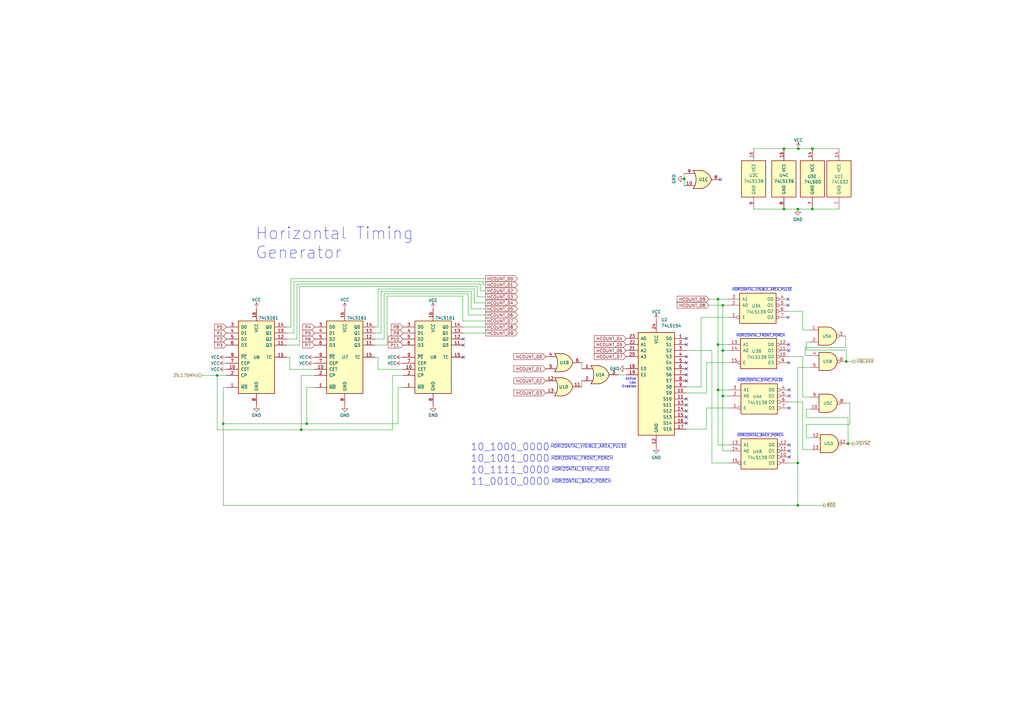
<source format=kicad_sch>
(kicad_sch (version 20211123) (generator eeschema)
  (paper "User" 429.997 299.999)
  (lib_symbols
    (symbol "74xx:74LS00" (pin_names (offset 1.016))
      (property "Reference" "U" (at 0 1.27 0))
      (property "Value" "74LS00" (at 0 -1.27 0))
      (symbol "74LS00_1_1"
        (arc (start 0 -3.81) (mid 3.81 0) (end 0 3.81) (stroke (width 0.254)) (fill (type background)))
        (polyline (pts (xy 0 3.81) (xy -3.81 3.81) (xy -3.81 -3.81) (xy 0 -3.81)) (stroke (width 0.254)) (fill (type background)))
        (pin input line (at -7.62 2.54 0) (length 3.81) (name "~") (number "1"))
        (pin input line (at -7.62 -2.54 0) (length 3.81) (name "~") (number "2"))
        (pin output inverted (at 7.62 0 180) (length 3.81) (name "~") (number "3"))
      )
      (symbol "74LS00_1_2"
        (arc (start -3.81 -3.81) (mid -2.589 0) (end -3.81 3.81) (stroke (width 0.254)))
        (arc (start -0.6096 -3.81) (mid 2.1855 -2.584) (end 3.81 0) (stroke (width 0.254)) (fill (type background)))
        (polyline (pts (xy -3.81 -3.81) (xy -0.635 -3.81)) (stroke (width 0.254)) (fill (type background)))
        (polyline (pts (xy -3.81 3.81) (xy -0.635 3.81)) (stroke (width 0.254)) (fill (type background)))
        (polyline (pts (xy -0.635 3.81) (xy -3.81 3.81) (xy -3.81 3.81) (xy -3.556 3.4036) (xy -3.0226 2.2606) (xy -2.6924 1.0414) (xy -2.6162 -0.254) (xy -2.7686 -1.4986) (xy -3.175 -2.7178) (xy -3.81 -3.81) (xy -3.81 -3.81) (xy -0.635 -3.81)) (stroke (width -25.4)) (fill (type background)))
        (arc (start 3.81 0) (mid 2.1928 2.5925) (end -0.6096 3.81) (stroke (width 0.254)) (fill (type background)))
        (pin input inverted (at -7.62 2.54 0) (length 4.318) (name "~") (number "1"))
        (pin input inverted (at -7.62 -2.54 0) (length 4.318) (name "~") (number "2"))
        (pin output line (at 7.62 0 180) (length 3.81) (name "~") (number "3"))
      )
      (symbol "74LS00_2_1"
        (arc (start 0 -3.81) (mid 3.81 0) (end 0 3.81) (stroke (width 0.254)) (fill (type background)))
        (polyline (pts (xy 0 3.81) (xy -3.81 3.81) (xy -3.81 -3.81) (xy 0 -3.81)) (stroke (width 0.254)) (fill (type background)))
        (pin input line (at -7.62 2.54 0) (length 3.81) (name "~") (number "4"))
        (pin input line (at -7.62 -2.54 0) (length 3.81) (name "~") (number "5"))
        (pin output inverted (at 7.62 0 180) (length 3.81) (name "~") (number "6"))
      )
      (symbol "74LS00_2_2"
        (arc (start -3.81 -3.81) (mid -2.589 0) (end -3.81 3.81) (stroke (width 0.254)))
        (arc (start -0.6096 -3.81) (mid 2.1855 -2.584) (end 3.81 0) (stroke (width 0.254)) (fill (type background)))
        (polyline (pts (xy -3.81 -3.81) (xy -0.635 -3.81)) (stroke (width 0.254)) (fill (type background)))
        (polyline (pts (xy -3.81 3.81) (xy -0.635 3.81)) (stroke (width 0.254)) (fill (type background)))
        (polyline (pts (xy -0.635 3.81) (xy -3.81 3.81) (xy -3.81 3.81) (xy -3.556 3.4036) (xy -3.0226 2.2606) (xy -2.6924 1.0414) (xy -2.6162 -0.254) (xy -2.7686 -1.4986) (xy -3.175 -2.7178) (xy -3.81 -3.81) (xy -3.81 -3.81) (xy -0.635 -3.81)) (stroke (width -25.4)) (fill (type background)))
        (arc (start 3.81 0) (mid 2.1928 2.5925) (end -0.6096 3.81) (stroke (width 0.254)) (fill (type background)))
        (pin input inverted (at -7.62 2.54 0) (length 4.318) (name "~") (number "4"))
        (pin input inverted (at -7.62 -2.54 0) (length 4.318) (name "~") (number "5"))
        (pin output line (at 7.62 0 180) (length 3.81) (name "~") (number "6"))
      )
      (symbol "74LS00_3_1"
        (arc (start 0 -3.81) (mid 3.81 0) (end 0 3.81) (stroke (width 0.254)) (fill (type background)))
        (polyline (pts (xy 0 3.81) (xy -3.81 3.81) (xy -3.81 -3.81) (xy 0 -3.81)) (stroke (width 0.254)) (fill (type background)))
        (pin input line (at -7.62 -2.54 0) (length 3.81) (name "~") (number "10"))
        (pin output inverted (at 7.62 0 180) (length 3.81) (name "~") (number "8"))
        (pin input line (at -7.62 2.54 0) (length 3.81) (name "~") (number "9"))
      )
      (symbol "74LS00_3_2"
        (arc (start -3.81 -3.81) (mid -2.589 0) (end -3.81 3.81) (stroke (width 0.254)))
        (arc (start -0.6096 -3.81) (mid 2.1855 -2.584) (end 3.81 0) (stroke (width 0.254)) (fill (type background)))
        (polyline (pts (xy -3.81 -3.81) (xy -0.635 -3.81)) (stroke (width 0.254)) (fill (type background)))
        (polyline (pts (xy -3.81 3.81) (xy -0.635 3.81)) (stroke (width 0.254)) (fill (type background)))
        (polyline (pts (xy -0.635 3.81) (xy -3.81 3.81) (xy -3.81 3.81) (xy -3.556 3.4036) (xy -3.0226 2.2606) (xy -2.6924 1.0414) (xy -2.6162 -0.254) (xy -2.7686 -1.4986) (xy -3.175 -2.7178) (xy -3.81 -3.81) (xy -3.81 -3.81) (xy -0.635 -3.81)) (stroke (width -25.4)) (fill (type background)))
        (arc (start 3.81 0) (mid 2.1928 2.5925) (end -0.6096 3.81) (stroke (width 0.254)) (fill (type background)))
        (pin input inverted (at -7.62 -2.54 0) (length 4.318) (name "~") (number "10"))
        (pin output line (at 7.62 0 180) (length 3.81) (name "~") (number "8"))
        (pin input inverted (at -7.62 2.54 0) (length 4.318) (name "~") (number "9"))
      )
      (symbol "74LS00_4_1"
        (arc (start 0 -3.81) (mid 3.81 0) (end 0 3.81) (stroke (width 0.254)) (fill (type background)))
        (polyline (pts (xy 0 3.81) (xy -3.81 3.81) (xy -3.81 -3.81) (xy 0 -3.81)) (stroke (width 0.254)) (fill (type background)))
        (pin output inverted (at 7.62 0 180) (length 3.81) (name "~") (number "11"))
        (pin input line (at -7.62 2.54 0) (length 3.81) (name "~") (number "12"))
        (pin input line (at -7.62 -2.54 0) (length 3.81) (name "~") (number "13"))
      )
      (symbol "74LS00_4_2"
        (arc (start -3.81 -3.81) (mid -2.589 0) (end -3.81 3.81) (stroke (width 0.254)))
        (arc (start -0.6096 -3.81) (mid 2.1855 -2.584) (end 3.81 0) (stroke (width 0.254)) (fill (type background)))
        (polyline (pts (xy -3.81 -3.81) (xy -0.635 -3.81)) (stroke (width 0.254)) (fill (type background)))
        (polyline (pts (xy -3.81 3.81) (xy -0.635 3.81)) (stroke (width 0.254)) (fill (type background)))
        (polyline (pts (xy -0.635 3.81) (xy -3.81 3.81) (xy -3.81 3.81) (xy -3.556 3.4036) (xy -3.0226 2.2606) (xy -2.6924 1.0414) (xy -2.6162 -0.254) (xy -2.7686 -1.4986) (xy -3.175 -2.7178) (xy -3.81 -3.81) (xy -3.81 -3.81) (xy -0.635 -3.81)) (stroke (width -25.4)) (fill (type background)))
        (arc (start 3.81 0) (mid 2.1928 2.5925) (end -0.6096 3.81) (stroke (width 0.254)) (fill (type background)))
        (pin output line (at 7.62 0 180) (length 3.81) (name "~") (number "11"))
        (pin input inverted (at -7.62 2.54 0) (length 4.318) (name "~") (number "12"))
        (pin input inverted (at -7.62 -2.54 0) (length 4.318) (name "~") (number "13"))
      )
      (symbol "74LS00_5_0"
        (pin power_in line (at 0 12.7 270) (length 5.08) (name "VCC") (number "14"))
        (pin power_in line (at 0 -12.7 90) (length 5.08) (name "GND") (number "7"))
      )
      (symbol "74LS00_5_1"
        (rectangle (start -5.08 7.62) (end 5.08 -7.62) (stroke (width 0.254)) (fill (type background)))
      )
    )
    (symbol "74xx:74LS139" (pin_names (offset 1.016))
      (property "Reference" "U" (at -7.62 8.89 0))
      (property "Value" "74LS139" (at -7.62 -8.89 0))
      (symbol "74LS139_1_0"
        (pin input inverted (at -12.7 -5.08 0) (length 5.08) (name "E") (number "1"))
        (pin input line (at -12.7 0 0) (length 5.08) (name "A0") (number "2"))
        (pin input line (at -12.7 2.54 0) (length 5.08) (name "A1") (number "3"))
        (pin output inverted (at 12.7 2.54 180) (length 5.08) (name "O0") (number "4"))
        (pin output inverted (at 12.7 0 180) (length 5.08) (name "O1") (number "5"))
        (pin output inverted (at 12.7 -2.54 180) (length 5.08) (name "O2") (number "6"))
        (pin output inverted (at 12.7 -5.08 180) (length 5.08) (name "O3") (number "7"))
      )
      (symbol "74LS139_1_1"
        (rectangle (start -7.62 5.08) (end 7.62 -7.62) (stroke (width 0.254)) (fill (type background)))
      )
      (symbol "74LS139_2_0"
        (pin output inverted (at 12.7 -2.54 180) (length 5.08) (name "O2") (number "10"))
        (pin output inverted (at 12.7 0 180) (length 5.08) (name "O1") (number "11"))
        (pin output inverted (at 12.7 2.54 180) (length 5.08) (name "O0") (number "12"))
        (pin input line (at -12.7 2.54 0) (length 5.08) (name "A1") (number "13"))
        (pin input line (at -12.7 0 0) (length 5.08) (name "A0") (number "14"))
        (pin input inverted (at -12.7 -5.08 0) (length 5.08) (name "E") (number "15"))
        (pin output inverted (at 12.7 -5.08 180) (length 5.08) (name "O3") (number "9"))
      )
      (symbol "74LS139_2_1"
        (rectangle (start -7.62 5.08) (end 7.62 -7.62) (stroke (width 0.254)) (fill (type background)))
      )
      (symbol "74LS139_3_0"
        (pin power_in line (at 0 12.7 270) (length 5.08) (name "VCC") (number "16"))
        (pin power_in line (at 0 -12.7 90) (length 5.08) (name "GND") (number "8"))
      )
      (symbol "74LS139_3_1"
        (rectangle (start -5.08 7.62) (end 5.08 -7.62) (stroke (width 0.254)) (fill (type background)))
      )
    )
    (symbol "74xx:74LS154" (pin_names (offset 1.016))
      (property "Reference" "U" (at -7.62 21.59 0))
      (property "Value" "74LS154" (at -7.62 -24.13 0))
      (symbol "74LS154_1_0"
        (pin output line (at 12.7 17.78 180) (length 5.08) (name "S0") (number "1"))
        (pin output line (at 12.7 -5.08 180) (length 5.08) (name "S9") (number "10"))
        (pin output line (at 12.7 -7.62 180) (length 5.08) (name "S10") (number "11"))
        (pin power_in line (at 0 -27.94 90) (length 5.08) (name "GND") (number "12"))
        (pin output line (at 12.7 -10.16 180) (length 5.08) (name "S11") (number "13"))
        (pin output line (at 12.7 -12.7 180) (length 5.08) (name "S12") (number "14"))
        (pin output line (at 12.7 -15.24 180) (length 5.08) (name "S13") (number "15"))
        (pin output line (at 12.7 -17.78 180) (length 5.08) (name "S14") (number "16"))
        (pin output line (at 12.7 -20.32 180) (length 5.08) (name "S15") (number "17"))
        (pin input line (at -12.7 5.08 0) (length 5.08) (name "E0") (number "18"))
        (pin input line (at -12.7 2.54 0) (length 5.08) (name "E1") (number "19"))
        (pin output line (at 12.7 15.24 180) (length 5.08) (name "S1") (number "2"))
        (pin input line (at -12.7 10.16 0) (length 5.08) (name "A3") (number "20"))
        (pin input line (at -12.7 12.7 0) (length 5.08) (name "A2") (number "21"))
        (pin input line (at -12.7 15.24 0) (length 5.08) (name "A1") (number "22"))
        (pin input line (at -12.7 17.78 0) (length 5.08) (name "A0") (number "23"))
        (pin power_in line (at 0 25.4 270) (length 5.08) (name "VCC") (number "24"))
        (pin output line (at 12.7 12.7 180) (length 5.08) (name "S2") (number "3"))
        (pin output line (at 12.7 10.16 180) (length 5.08) (name "S3") (number "4"))
        (pin output line (at 12.7 7.62 180) (length 5.08) (name "S4") (number "5"))
        (pin output line (at 12.7 5.08 180) (length 5.08) (name "S5") (number "6"))
        (pin output line (at 12.7 2.54 180) (length 5.08) (name "S6") (number "7"))
        (pin output line (at 12.7 0 180) (length 5.08) (name "S7") (number "8"))
        (pin output line (at 12.7 -2.54 180) (length 5.08) (name "S8") (number "9"))
      )
      (symbol "74LS154_1_1"
        (rectangle (start -7.62 20.32) (end 7.62 -22.86) (stroke (width 0.254)) (fill (type background)))
      )
    )
    (symbol "74xx:74LS161" (pin_names (offset 1.016))
      (property "Reference" "U" (at -7.62 16.51 0))
      (property "Value" "74LS161" (at -7.62 -16.51 0))
      (symbol "74LS161_1_0"
        (pin input line (at -12.7 -12.7 0) (length 5.08) (name "~{MR}") (number "1"))
        (pin input line (at -12.7 -5.08 0) (length 5.08) (name "CET") (number "10"))
        (pin output line (at 12.7 5.08 180) (length 5.08) (name "Q3") (number "11"))
        (pin output line (at 12.7 7.62 180) (length 5.08) (name "Q2") (number "12"))
        (pin output line (at 12.7 10.16 180) (length 5.08) (name "Q1") (number "13"))
        (pin output line (at 12.7 12.7 180) (length 5.08) (name "Q0") (number "14"))
        (pin output line (at 12.7 0 180) (length 5.08) (name "TC") (number "15"))
        (pin power_in line (at 0 20.32 270) (length 5.08) (name "VCC") (number "16"))
        (pin input line (at -12.7 -7.62 0) (length 5.08) (name "CP") (number "2"))
        (pin input line (at -12.7 12.7 0) (length 5.08) (name "D0") (number "3"))
        (pin input line (at -12.7 10.16 0) (length 5.08) (name "D1") (number "4"))
        (pin input line (at -12.7 7.62 0) (length 5.08) (name "D2") (number "5"))
        (pin input line (at -12.7 5.08 0) (length 5.08) (name "D3") (number "6"))
        (pin input line (at -12.7 -2.54 0) (length 5.08) (name "CEP") (number "7"))
        (pin power_in line (at 0 -20.32 90) (length 5.08) (name "GND") (number "8"))
        (pin input line (at -12.7 0 0) (length 5.08) (name "~{PE}") (number "9"))
      )
      (symbol "74LS161_1_1"
        (rectangle (start -7.62 15.24) (end 7.62 -15.24) (stroke (width 0.254)) (fill (type background)))
      )
    )
    (symbol "74xx:74LS32" (pin_names (offset 1.016))
      (property "Reference" "U" (at 0 1.27 0))
      (property "Value" "74LS32" (at 0 -1.27 0))
      (symbol "74LS32_1_1"
        (arc (start -3.81 -3.81) (mid -2.589 0) (end -3.81 3.81) (stroke (width 0.254)))
        (arc (start -0.6096 -3.81) (mid 2.1855 -2.584) (end 3.81 0) (stroke (width 0.254)) (fill (type background)))
        (polyline (pts (xy -3.81 -3.81) (xy -0.635 -3.81)) (stroke (width 0.254)) (fill (type background)))
        (polyline (pts (xy -3.81 3.81) (xy -0.635 3.81)) (stroke (width 0.254)) (fill (type background)))
        (polyline (pts (xy -0.635 3.81) (xy -3.81 3.81) (xy -3.81 3.81) (xy -3.556 3.4036) (xy -3.0226 2.2606) (xy -2.6924 1.0414) (xy -2.6162 -0.254) (xy -2.7686 -1.4986) (xy -3.175 -2.7178) (xy -3.81 -3.81) (xy -3.81 -3.81) (xy -0.635 -3.81)) (stroke (width -25.4)) (fill (type background)))
        (arc (start 3.81 0) (mid 2.1928 2.5925) (end -0.6096 3.81) (stroke (width 0.254)) (fill (type background)))
        (pin input line (at -7.62 2.54 0) (length 4.318) (name "~") (number "1"))
        (pin input line (at -7.62 -2.54 0) (length 4.318) (name "~") (number "2"))
        (pin output line (at 7.62 0 180) (length 3.81) (name "~") (number "3"))
      )
      (symbol "74LS32_1_2"
        (arc (start 0 -3.81) (mid 3.81 0) (end 0 3.81) (stroke (width 0.254)) (fill (type background)))
        (polyline (pts (xy 0 3.81) (xy -3.81 3.81) (xy -3.81 -3.81) (xy 0 -3.81)) (stroke (width 0.254)) (fill (type background)))
        (pin input inverted (at -7.62 2.54 0) (length 3.81) (name "~") (number "1"))
        (pin input inverted (at -7.62 -2.54 0) (length 3.81) (name "~") (number "2"))
        (pin output inverted (at 7.62 0 180) (length 3.81) (name "~") (number "3"))
      )
      (symbol "74LS32_2_1"
        (arc (start -3.81 -3.81) (mid -2.589 0) (end -3.81 3.81) (stroke (width 0.254)))
        (arc (start -0.6096 -3.81) (mid 2.1855 -2.584) (end 3.81 0) (stroke (width 0.254)) (fill (type background)))
        (polyline (pts (xy -3.81 -3.81) (xy -0.635 -3.81)) (stroke (width 0.254)) (fill (type background)))
        (polyline (pts (xy -3.81 3.81) (xy -0.635 3.81)) (stroke (width 0.254)) (fill (type background)))
        (polyline (pts (xy -0.635 3.81) (xy -3.81 3.81) (xy -3.81 3.81) (xy -3.556 3.4036) (xy -3.0226 2.2606) (xy -2.6924 1.0414) (xy -2.6162 -0.254) (xy -2.7686 -1.4986) (xy -3.175 -2.7178) (xy -3.81 -3.81) (xy -3.81 -3.81) (xy -0.635 -3.81)) (stroke (width -25.4)) (fill (type background)))
        (arc (start 3.81 0) (mid 2.1928 2.5925) (end -0.6096 3.81) (stroke (width 0.254)) (fill (type background)))
        (pin input line (at -7.62 2.54 0) (length 4.318) (name "~") (number "4"))
        (pin input line (at -7.62 -2.54 0) (length 4.318) (name "~") (number "5"))
        (pin output line (at 7.62 0 180) (length 3.81) (name "~") (number "6"))
      )
      (symbol "74LS32_2_2"
        (arc (start 0 -3.81) (mid 3.81 0) (end 0 3.81) (stroke (width 0.254)) (fill (type background)))
        (polyline (pts (xy 0 3.81) (xy -3.81 3.81) (xy -3.81 -3.81) (xy 0 -3.81)) (stroke (width 0.254)) (fill (type background)))
        (pin input inverted (at -7.62 2.54 0) (length 3.81) (name "~") (number "4"))
        (pin input inverted (at -7.62 -2.54 0) (length 3.81) (name "~") (number "5"))
        (pin output inverted (at 7.62 0 180) (length 3.81) (name "~") (number "6"))
      )
      (symbol "74LS32_3_1"
        (arc (start -3.81 -3.81) (mid -2.589 0) (end -3.81 3.81) (stroke (width 0.254)))
        (arc (start -0.6096 -3.81) (mid 2.1855 -2.584) (end 3.81 0) (stroke (width 0.254)) (fill (type background)))
        (polyline (pts (xy -3.81 -3.81) (xy -0.635 -3.81)) (stroke (width 0.254)) (fill (type background)))
        (polyline (pts (xy -3.81 3.81) (xy -0.635 3.81)) (stroke (width 0.254)) (fill (type background)))
        (polyline (pts (xy -0.635 3.81) (xy -3.81 3.81) (xy -3.81 3.81) (xy -3.556 3.4036) (xy -3.0226 2.2606) (xy -2.6924 1.0414) (xy -2.6162 -0.254) (xy -2.7686 -1.4986) (xy -3.175 -2.7178) (xy -3.81 -3.81) (xy -3.81 -3.81) (xy -0.635 -3.81)) (stroke (width -25.4)) (fill (type background)))
        (arc (start 3.81 0) (mid 2.1928 2.5925) (end -0.6096 3.81) (stroke (width 0.254)) (fill (type background)))
        (pin input line (at -7.62 -2.54 0) (length 4.318) (name "~") (number "10"))
        (pin output line (at 7.62 0 180) (length 3.81) (name "~") (number "8"))
        (pin input line (at -7.62 2.54 0) (length 4.318) (name "~") (number "9"))
      )
      (symbol "74LS32_3_2"
        (arc (start 0 -3.81) (mid 3.81 0) (end 0 3.81) (stroke (width 0.254)) (fill (type background)))
        (polyline (pts (xy 0 3.81) (xy -3.81 3.81) (xy -3.81 -3.81) (xy 0 -3.81)) (stroke (width 0.254)) (fill (type background)))
        (pin input inverted (at -7.62 -2.54 0) (length 3.81) (name "~") (number "10"))
        (pin output inverted (at 7.62 0 180) (length 3.81) (name "~") (number "8"))
        (pin input inverted (at -7.62 2.54 0) (length 3.81) (name "~") (number "9"))
      )
      (symbol "74LS32_4_1"
        (arc (start -3.81 -3.81) (mid -2.589 0) (end -3.81 3.81) (stroke (width 0.254)))
        (arc (start -0.6096 -3.81) (mid 2.1855 -2.584) (end 3.81 0) (stroke (width 0.254)) (fill (type background)))
        (polyline (pts (xy -3.81 -3.81) (xy -0.635 -3.81)) (stroke (width 0.254)) (fill (type background)))
        (polyline (pts (xy -3.81 3.81) (xy -0.635 3.81)) (stroke (width 0.254)) (fill (type background)))
        (polyline (pts (xy -0.635 3.81) (xy -3.81 3.81) (xy -3.81 3.81) (xy -3.556 3.4036) (xy -3.0226 2.2606) (xy -2.6924 1.0414) (xy -2.6162 -0.254) (xy -2.7686 -1.4986) (xy -3.175 -2.7178) (xy -3.81 -3.81) (xy -3.81 -3.81) (xy -0.635 -3.81)) (stroke (width -25.4)) (fill (type background)))
        (arc (start 3.81 0) (mid 2.1928 2.5925) (end -0.6096 3.81) (stroke (width 0.254)) (fill (type background)))
        (pin output line (at 7.62 0 180) (length 3.81) (name "~") (number "11"))
        (pin input line (at -7.62 2.54 0) (length 4.318) (name "~") (number "12"))
        (pin input line (at -7.62 -2.54 0) (length 4.318) (name "~") (number "13"))
      )
      (symbol "74LS32_4_2"
        (arc (start 0 -3.81) (mid 3.81 0) (end 0 3.81) (stroke (width 0.254)) (fill (type background)))
        (polyline (pts (xy 0 3.81) (xy -3.81 3.81) (xy -3.81 -3.81) (xy 0 -3.81)) (stroke (width 0.254)) (fill (type background)))
        (pin output inverted (at 7.62 0 180) (length 3.81) (name "~") (number "11"))
        (pin input inverted (at -7.62 2.54 0) (length 3.81) (name "~") (number "12"))
        (pin input inverted (at -7.62 -2.54 0) (length 3.81) (name "~") (number "13"))
      )
      (symbol "74LS32_5_0"
        (pin power_in line (at 0 12.7 270) (length 5.08) (name "VCC") (number "14"))
        (pin power_in line (at 0 -12.7 90) (length 5.08) (name "GND") (number "7"))
      )
      (symbol "74LS32_5_1"
        (rectangle (start -5.08 7.62) (end 5.08 -7.62) (stroke (width 0.254)) (fill (type background)))
      )
    )
    (symbol "power:GND" (power) (pin_names (offset 0))
      (property "Value" "GND" (at 0 -3.81 0))
      (symbol "GND_0_1"
        (polyline (pts (xy 0 0) (xy 0 -1.27) (xy 1.27 -1.27) (xy 0 -2.54) (xy -1.27 -1.27) (xy 0 -1.27)))
      )
      (symbol "GND_1_1"
        (pin power_in line (at 0 0 270) (length 0) hide (name "GND") (number "1"))
      )
    )
    (symbol "power:VCC" (power) (pin_names (offset 0))
      (property "Value" "VCC" (at 0 3.81 0))
      (symbol "VCC_0_1"
        (polyline (pts (xy -0.762 1.27) (xy 0 2.54)))
        (polyline (pts (xy 0 0) (xy 0 2.54)))
        (polyline (pts (xy 0 2.54) (xy 0.762 1.27)))
      )
      (symbol "VCC_1_1"
        (pin power_in line (at 0 0 90) (length 0) hide (name "VCC") (number "1"))
      )
    )
  )
  (junction (at 303.53 166.37))
  (junction (at 303.53 128.27))
  (junction (at 301.498 144.78))
  (junction (at 341.122 87.884))
  (junction (at 287.274 75.184))
  (junction (at 335.026 194.564))
  (junction (at 91.186 157.734))
  (junction (at 335.026 87.884))
  (junction (at 303.53 147.32))
  (junction (at 341.122 62.484))
  (junction (at 93.726 178.054))
  (junction (at 329.184 87.884))
  (junction (at 335.28 62.484))
  (junction (at 335.026 212.344))
  (junction (at 301.498 163.83))
  (junction (at 355.346 151.892))
  (junction (at 128.778 178.054))
  (junction (at 356.108 186.436))
  (junction (at 329.184 62.484))
  (junction (at 301.498 125.73))
  (junction (at 126.492 180.594))
  (no_connect (at 288.29 152.4))
  (no_connect (at 194.564 145.034))
  (no_connect (at 302.514 75.438))
  (no_connect (at 331.47 189.484))
  (no_connect (at 288.29 160.02))
  (no_connect (at 330.962 125.73))
  (no_connect (at 331.47 171.45))
  (no_connect (at 288.29 157.48))
  (no_connect (at 288.29 142.24))
  (no_connect (at 288.29 154.94))
  (no_connect (at 330.962 133.35))
  (no_connect (at 288.29 144.78))
  (no_connect (at 288.29 170.18))
  (no_connect (at 194.564 150.114))
  (no_connect (at 331.216 147.32))
  (no_connect (at 288.29 167.64))
  (no_connect (at 194.564 142.494))
  (no_connect (at 288.29 175.26))
  (no_connect (at 331.216 144.78))
  (no_connect (at 288.29 177.8))
  (no_connect (at 331.47 186.944))
  (no_connect (at 288.29 172.72))
  (no_connect (at 331.47 192.024))
  (no_connect (at 331.47 166.37))
  (no_connect (at 288.29 149.86))
  (no_connect (at 331.216 152.4))
  (no_connect (at 331.47 163.83))
  (no_connect (at 330.962 128.27))
  (wire (pts (xy 287.274 75.184) (xy 287.274 77.978)))
  (wire (pts (xy 298.958 147.32) (xy 288.29 147.32)))
  (wire (pts (xy 169.164 157.734) (xy 164.846 157.734)))
  (wire (pts (xy 162.56 145.034) (xy 162.56 124.46)))
  (wire (pts (xy 356.108 186.436) (xy 357.886 186.436)))
  (wire (pts (xy 355.346 147.066) (xy 338.582 147.066)))
  (wire (pts (xy 306.07 194.564) (xy 298.958 194.564)))
  (wire (pts (xy 331.47 194.564) (xy 335.026 194.564)))
  (wire (pts (xy 301.498 144.78) (xy 301.498 163.83)))
  (wire (pts (xy 303.53 189.484) (xy 306.07 189.484)))
  (wire (pts (xy 123.444 139.954) (xy 120.396 139.954)))
  (wire (pts (xy 200.406 120.396) (xy 125.73 120.396)))
  (wire (pts (xy 93.726 162.814) (xy 94.996 162.814)))
  (wire (pts (xy 331.216 149.86) (xy 337.058 149.86)))
  (wire (pts (xy 93.726 162.814) (xy 93.726 178.054)))
  (wire (pts (xy 303.53 128.27) (xy 303.53 147.32)))
  (wire (pts (xy 125.73 145.034) (xy 120.396 145.034)))
  (wire (pts (xy 199.136 127.254) (xy 199.136 121.412)))
  (wire (pts (xy 126.492 180.594) (xy 91.186 180.594)))
  (wire (pts (xy 124.714 119.38) (xy 201.676 119.38)))
  (wire (pts (xy 126.492 157.734) (xy 126.492 180.594)))
  (wire (pts (xy 335.026 154.432) (xy 335.026 194.564)))
  (wire (pts (xy 338.074 149.352) (xy 340.106 149.352)))
  (wire (pts (xy 298.958 194.564) (xy 298.958 147.32)))
  (wire (pts (xy 340.106 166.878) (xy 337.058 166.878)))
  (wire (pts (xy 93.726 212.344) (xy 93.726 178.054)))
  (wire (pts (xy 356.108 175.514) (xy 356.108 186.436)))
  (wire (pts (xy 128.778 178.054) (xy 128.778 162.814)))
  (wire (pts (xy 296.672 165.1) (xy 288.29 165.1)))
  (wire (pts (xy 296.672 171.45) (xy 296.672 180.34)))
  (wire (pts (xy 169.164 162.814) (xy 167.132 162.814)))
  (wire (pts (xy 355.854 186.436) (xy 356.108 186.436)))
  (wire (pts (xy 297.688 125.73) (xy 301.498 125.73)))
  (wire (pts (xy 164.846 157.734) (xy 164.846 180.594)))
  (wire (pts (xy 305.816 152.4) (xy 296.672 152.4)))
  (wire (pts (xy 203.962 137.414) (xy 194.564 137.414)))
  (wire (pts (xy 200.406 124.714) (xy 200.406 120.396)))
  (wire (pts (xy 124.714 142.494) (xy 124.714 119.38)))
  (wire (pts (xy 331.47 168.91) (xy 337.058 168.91)))
  (wire (pts (xy 301.498 125.73) (xy 301.498 144.78)))
  (wire (pts (xy 122.174 137.414) (xy 122.174 117.094)))
  (wire (pts (xy 194.31 124.46) (xy 194.31 134.874)))
  (wire (pts (xy 199.136 121.412) (xy 158.75 121.412)))
  (wire (pts (xy 337.058 130.81) (xy 337.058 138.684)))
  (wire (pts (xy 287.274 72.898) (xy 287.274 75.184)))
  (wire (pts (xy 244.348 160.02) (xy 244.348 162.56)))
  (wire (pts (xy 306.07 186.944) (xy 301.498 186.944)))
  (wire (pts (xy 355.092 146.05) (xy 355.092 141.224)))
  (wire (pts (xy 194.31 134.874) (xy 203.962 134.874)))
  (wire (pts (xy 316.484 62.484) (xy 329.184 62.484)))
  (wire (pts (xy 294.386 133.35) (xy 294.386 162.56)))
  (wire (pts (xy 202.946 118.364) (xy 123.444 118.364)))
  (wire (pts (xy 167.132 162.814) (xy 167.132 178.054)))
  (wire (pts (xy 340.106 154.432) (xy 335.026 154.432)))
  (wire (pts (xy 158.75 137.414) (xy 157.48 137.414)))
  (wire (pts (xy 316.484 87.884) (xy 329.184 87.884)))
  (wire (pts (xy 203.962 119.634) (xy 202.946 119.634)))
  (wire (pts (xy 197.866 122.428) (xy 197.866 129.794)))
  (wire (pts (xy 329.184 87.884) (xy 335.026 87.884)))
  (wire (pts (xy 128.778 162.814) (xy 132.08 162.814)))
  (wire (pts (xy 355.346 151.892) (xy 358.14 151.892)))
  (wire (pts (xy 167.132 178.054) (xy 128.778 178.054)))
  (wire (pts (xy 330.962 130.81) (xy 337.058 130.81)))
  (wire (pts (xy 161.29 142.494) (xy 157.48 142.494)))
  (wire (pts (xy 122.174 117.094) (xy 203.962 117.094)))
  (wire (pts (xy 197.866 129.794) (xy 203.962 129.794)))
  (wire (pts (xy 157.48 145.034) (xy 162.56 145.034)))
  (wire (pts (xy 337.058 166.878) (xy 337.058 149.86)))
  (wire (pts (xy 120.396 142.494) (xy 124.714 142.494)))
  (wire (pts (xy 84.836 157.734) (xy 91.186 157.734)))
  (wire (pts (xy 123.444 118.364) (xy 123.444 139.954)))
  (wire (pts (xy 203.962 124.714) (xy 200.406 124.714)))
  (wire (pts (xy 164.846 180.594) (xy 126.492 180.594)))
  (wire (pts (xy 356.87 169.418) (xy 356.87 178.308)))
  (wire (pts (xy 335.026 212.344) (xy 93.726 212.344)))
  (wire (pts (xy 303.53 128.27) (xy 305.562 128.27)))
  (wire (pts (xy 132.08 157.734) (xy 126.492 157.734)))
  (wire (pts (xy 169.164 155.194) (xy 158.75 155.194)))
  (wire (pts (xy 244.348 152.4) (xy 244.348 154.94)))
  (wire (pts (xy 296.672 180.34) (xy 288.29 180.34)))
  (wire (pts (xy 356.87 178.308) (xy 338.582 178.308)))
  (wire (pts (xy 91.186 180.594) (xy 91.186 157.734)))
  (wire (pts (xy 196.596 132.334) (xy 196.596 123.444)))
  (wire (pts (xy 202.946 119.634) (xy 202.946 118.364)))
  (wire (pts (xy 338.582 147.066) (xy 338.582 143.764)))
  (wire (pts (xy 297.688 128.27) (xy 303.53 128.27)))
  (wire (pts (xy 303.53 166.37) (xy 303.53 189.484)))
  (wire (pts (xy 160.02 122.428) (xy 197.866 122.428)))
  (wire (pts (xy 121.666 155.194) (xy 121.666 150.114)))
  (wire (pts (xy 158.75 150.114) (xy 157.48 150.114)))
  (wire (pts (xy 160.02 139.954) (xy 160.02 122.428)))
  (wire (pts (xy 196.596 123.444) (xy 161.29 123.444)))
  (wire (pts (xy 337.058 138.684) (xy 339.852 138.684)))
  (wire (pts (xy 341.122 87.884) (xy 352.298 87.884)))
  (wire (pts (xy 335.026 87.884) (xy 341.122 87.884)))
  (wire (pts (xy 259.588 157.48) (xy 262.89 157.48)))
  (wire (pts (xy 338.582 171.958) (xy 338.582 175.514)))
  (wire (pts (xy 340.614 188.976) (xy 337.058 188.976)))
  (wire (pts (xy 125.73 120.396) (xy 125.73 145.034)))
  (wire (pts (xy 306.07 171.45) (xy 296.672 171.45)))
  (wire (pts (xy 120.396 137.414) (xy 122.174 137.414)))
  (wire (pts (xy 303.53 147.32) (xy 305.816 147.32)))
  (wire (pts (xy 203.962 127.254) (xy 199.136 127.254)))
  (wire (pts (xy 341.122 62.484) (xy 352.298 62.484)))
  (wire (pts (xy 355.346 169.418) (xy 356.87 169.418)))
  (wire (pts (xy 335.026 212.344) (xy 345.694 212.344)))
  (wire (pts (xy 338.582 143.764) (xy 339.852 143.764)))
  (wire (pts (xy 301.498 163.83) (xy 306.07 163.83)))
  (wire (pts (xy 93.726 178.054) (xy 128.778 178.054)))
  (wire (pts (xy 91.186 157.734) (xy 94.996 157.734)))
  (wire (pts (xy 355.346 151.892) (xy 355.346 147.066)))
  (wire (pts (xy 338.074 146.05) (xy 338.074 149.352)))
  (wire (pts (xy 161.29 123.444) (xy 161.29 142.494)))
  (wire (pts (xy 340.106 171.958) (xy 338.582 171.958)))
  (wire (pts (xy 158.75 121.412) (xy 158.75 137.414)))
  (wire (pts (xy 338.582 175.514) (xy 356.108 175.514)))
  (wire (pts (xy 132.08 155.194) (xy 121.666 155.194)))
  (wire (pts (xy 337.058 188.976) (xy 337.058 168.91)))
  (wire (pts (xy 162.56 124.46) (xy 194.31 124.46)))
  (wire (pts (xy 329.184 62.484) (xy 335.28 62.484)))
  (wire (pts (xy 201.676 119.38) (xy 201.676 122.174)))
  (wire (pts (xy 335.28 62.484) (xy 341.122 62.484)))
  (wire (pts (xy 157.48 139.954) (xy 160.02 139.954)))
  (wire (pts (xy 294.386 162.56) (xy 288.29 162.56)))
  (wire (pts (xy 338.074 146.05) (xy 355.092 146.05)))
  (wire (pts (xy 301.498 144.78) (xy 305.816 144.78)))
  (wire (pts (xy 121.666 150.114) (xy 120.396 150.114)))
  (wire (pts (xy 301.498 186.944) (xy 301.498 163.83)))
  (wire (pts (xy 301.498 125.73) (xy 305.562 125.73)))
  (wire (pts (xy 158.75 155.194) (xy 158.75 150.114)))
  (wire (pts (xy 303.53 166.37) (xy 306.07 166.37)))
  (wire (pts (xy 203.962 139.954) (xy 194.564 139.954)))
  (wire (pts (xy 335.026 194.564) (xy 335.026 212.344)))
  (wire (pts (xy 296.672 152.4) (xy 296.672 165.1)))
  (wire (pts (xy 305.562 133.35) (xy 294.386 133.35)))
  (wire (pts (xy 203.962 132.334) (xy 196.596 132.334)))
  (wire (pts (xy 338.582 178.308) (xy 338.582 183.896)))
  (wire (pts (xy 201.676 122.174) (xy 203.962 122.174)))
  (wire (pts (xy 303.53 147.32) (xy 303.53 166.37)))
  (wire (pts (xy 338.582 183.896) (xy 340.614 183.896)))
  (text "~{HORIZONTAL_FRONT_PORCH}" (at 231.394 193.548 0) (effects (font (size 1.27 1.27)) (justify left bottom)))
  (text "Active\nLow\nEnables" (at 267.208 163.068 180) (effects (font (size 1 1)) (justify right bottom)))
  (text "~{HORIZONTAL_BACK_PORCH}" (at 231.648 203.2 0) (effects (font (size 1.27 1.27)) (justify left bottom)))
  (text "~{HORIZONTAL_BACK_PORCH}" (at 309.372 183.642 0) (effects (font (size 1 1)) (justify left bottom)))
  (text "~{HORIZONTAL_SYNC_PULSE}" (at 309.626 160.528 0) (effects (font (size 1 1)) (justify left bottom)))
  (text "~{HORIZONTAL_VISIBLE_AREA_PULSE}" (at 231.14 188.468 0) (effects (font (size 1.27 1.27)) (justify left bottom)))
  (text "~{HORIZONTAL_VISIBLE_AREA_PULSE}" (at 307.34 122.428 0) (effects (font (size 1 1)) (justify left bottom)))
  (text "10_1000_0000\n10_1001_0000\n10_1111_0000\n11_0010_0000" (at 230.886 204.216 0) (effects (font (size 3 3)) (justify right bottom)))
  (text "Horizontal Timing\nGenerator" (at 107.188 109.22 0) (effects (font (size 5 5)) (justify left bottom)))
  (text "~{HORIZONTAL_SYNC_PULSE}" (at 231.648 198.12 0) (effects (font (size 1.27 1.27)) (justify left bottom)))
  (text "~{HORIZONTAL_FRONT_PORCH}" (at 309.118 141.732 0) (effects (font (size 1 1)) (justify left bottom)))
  (global_label "HCOUNT_03" (shape input) (at 229.108 165.1 180) (property "Intersheet References" "${INTERSHEET_REFS}" (effects hide)))
  (global_label "HCOUNT_05" (shape input) (at 262.89 144.78 180) (property "Intersheet References" "${INTERSHEET_REFS}" (effects hide)))
  (global_label "HCOUNT_08" (shape input) (at 297.688 128.27 180) (property "Intersheet References" "${INTERSHEET_REFS}" (effects hide)))
  (global_label "P9" (shape input) (at 169.164 139.954 180) (property "Intersheet References" "${INTERSHEET_REFS}" (effects hide)))
  (global_label "P0" (shape input) (at 94.996 137.414 180) (property "Intersheet References" "${INTERSHEET_REFS}" (effects hide)))
  (global_label "HCOUNT_05" (shape output) (at 203.962 129.794 0) (property "Intersheet References" "${INTERSHEET_REFS}" (effects hide)))
  (global_label "P10" (shape input) (at 169.164 142.494 180) (property "Intersheet References" "${INTERSHEET_REFS}" (effects hide)))
  (global_label "HCOUNT_04" (shape output) (at 203.962 127.254 0) (property "Intersheet References" "${INTERSHEET_REFS}" (effects hide)))
  (global_label "HCOUNT_00" (shape input) (at 229.108 149.86 180) (property "Intersheet References" "${INTERSHEET_REFS}" (effects hide)))
  (global_label "HCOUNT_00" (shape output) (at 203.962 117.094 0) (property "Intersheet References" "${INTERSHEET_REFS}" (effects hide)))
  (global_label "P5" (shape input) (at 132.08 139.954 180) (property "Intersheet References" "${INTERSHEET_REFS}" (effects hide)))
  (global_label "HCOUNT_03" (shape output) (at 203.962 124.714 0) (property "Intersheet References" "${INTERSHEET_REFS}" (effects hide)))
  (global_label "P8" (shape input) (at 169.164 137.414 180) (property "Intersheet References" "${INTERSHEET_REFS}" (effects hide)))
  (global_label "HCOUNT_02" (shape output) (at 203.962 122.174 0) (property "Intersheet References" "${INTERSHEET_REFS}" (effects hide)))
  (global_label "P11" (shape input) (at 169.164 145.034 180) (property "Intersheet References" "${INTERSHEET_REFS}" (effects hide)))
  (global_label "P1" (shape input) (at 94.996 139.954 180) (property "Intersheet References" "${INTERSHEET_REFS}" (effects hide)))
  (global_label "HCOUNT_07" (shape output) (at 203.962 134.874 0) (property "Intersheet References" "${INTERSHEET_REFS}" (effects hide)))
  (global_label "HCOUNT_07" (shape input) (at 262.89 149.86 180) (property "Intersheet References" "${INTERSHEET_REFS}" (effects hide)))
  (global_label "P3" (shape input) (at 94.996 145.034 180) (property "Intersheet References" "${INTERSHEET_REFS}" (effects hide)))
  (global_label "HCOUNT_09" (shape input) (at 297.688 125.73 180) (property "Intersheet References" "${INTERSHEET_REFS}" (effects hide)))
  (global_label "P6" (shape input) (at 132.08 142.494 180) (property "Intersheet References" "${INTERSHEET_REFS}" (effects hide)))
  (global_label "HCOUNT_02" (shape input) (at 229.108 160.02 180) (property "Intersheet References" "${INTERSHEET_REFS}" (effects hide)))
  (global_label "HCOUNT_04" (shape input) (at 262.89 142.24 180) (property "Intersheet References" "${INTERSHEET_REFS}" (effects hide)))
  (global_label "P7" (shape input) (at 132.08 145.034 180) (property "Intersheet References" "${INTERSHEET_REFS}" (effects hide)))
  (global_label "P2" (shape input) (at 94.996 142.494 180) (property "Intersheet References" "${INTERSHEET_REFS}" (effects hide)))
  (global_label "HCOUNT_06" (shape output) (at 203.962 132.334 0) (property "Intersheet References" "${INTERSHEET_REFS}" (effects hide)))
  (global_label "HCOUNT_01" (shape input) (at 229.108 154.94 180) (property "Intersheet References" "${INTERSHEET_REFS}" (effects hide)))
  (global_label "P4" (shape input) (at 132.08 137.414 180) (property "Intersheet References" "${INTERSHEET_REFS}" (effects hide)))
  (global_label "HCOUNT_06" (shape input) (at 262.89 147.32 180) (property "Intersheet References" "${INTERSHEET_REFS}" (effects hide)))
  (global_label "HCOUNT_01" (shape output) (at 203.962 119.634 0) (property "Intersheet References" "${INTERSHEET_REFS}" (effects hide)))
  (global_label "HCOUNT_08" (shape output) (at 203.962 137.414 0) (property "Intersheet References" "${INTERSHEET_REFS}" (effects hide)))
  (global_label "HCOUNT_09" (shape output) (at 203.962 139.954 0) (property "Intersheet References" "${INTERSHEET_REFS}" (effects hide)))
  (hierarchical_label "~{HSYNC}" (shape output) (at 357.886 186.436 0))
  (hierarchical_label "25.175MHz" (shape input) (at 84.836 157.734 180))
  (hierarchical_label "~{800}" (shape output) (at 345.694 212.344 0))
  (hierarchical_label "~{HBLANK}" (shape output) (at 358.14 151.892 0))
  (symbol (lib_id "power:GND") (at 335.026 87.884 0) (unit 1)
    (property "Reference" "#PWR08" (effects hide))
    (property "Value" "GND" (at 335.026 92.202 0))
  )
  (symbol (lib_id "power:VCC") (at 169.164 150.114 90) (unit 1)
    (property "Reference" "#PWR022" (effects hide))
    (property "Value" "VCC" (at 164.592 150.114 90))
  )
  (symbol (lib_id "power:VCC") (at 132.08 150.114 90) (unit 1)
    (property "Reference" "#PWR017" (effects hide))
    (property "Value" "VCC" (at 127.508 150.114 90))
  )
  (symbol (lib_id "power:VCC") (at 275.59 134.62 0) (unit 1)
    (property "Reference" "#PWR06" (effects hide))
    (property "Value" "VCC" (at 275.59 131.064 0))
  )
  (symbol (lib_id "power:GND") (at 287.274 75.184 270) (unit 1)
    (property "Reference" "#PWR026" (effects hide))
    (property "Value" "GND" (at 282.956 75.184 0))
  )
  (symbol (lib_id "power:VCC") (at 169.164 152.654 90) (unit 1)
    (property "Reference" "#PWR023" (effects hide))
    (property "Value" "VCC" (at 164.592 152.654 90))
  )
  (symbol (lib_id "74xx:74LS32") (at 294.894 75.438 0) (unit 3)
    (property "Reference" "U1" (at 295.402 75.438 0))
    (property "Value" "74LS32" (effects hide))
    (property "Footprint" "Package_SO:SOIC-14_3.9x8.7mm_P1.27mm" (effects hide))
    (property "Datasheet" "http://www.ti.com/lit/gpn/sn74LS32" (effects hide))
  )
  (symbol (lib_id "power:VCC") (at 181.864 129.794 0) (unit 1)
    (property "Reference" "#PWR024" (effects hide))
    (property "Value" "VCC" (at 181.864 126.238 0))
  )
  (symbol (lib_id "74xx:74LS32") (at 352.298 75.184 0) (unit 5)
    (property "Reference" "U1" (at 350.266 74.168 0) (effects (justify left)))
    (property "Value" "74LS32" (at 348.996 76.454 0) (effects (justify left)))
    (property "Footprint" "Package_SO:SOIC-14_3.9x8.7mm_P1.27mm" (effects hide))
    (property "Datasheet" "http://www.ti.com/lit/gpn/sn74LS32" (effects hide))
  )
  (symbol (lib_id "74xx:74LS161") (at 107.696 150.114 0) (unit 1)
    (property "Reference" "U6" (at 106.426 150.114 0) (effects (justify left)))
    (property "Value" "74LS161" (at 108.458 133.604 0) (effects (justify left)))
    (property "Footprint" "Package_SO:SOIC-16_3.9x9.9mm_P1.27mm" (effects hide))
    (property "Datasheet" "http://www.ti.com/lit/gpn/sn74LS161" (effects hide))
  )
  (symbol (lib_id "74xx:74LS00") (at 348.234 186.436 0) (unit 4)
    (property "Reference" "U5" (at 347.98 186.436 0))
    (property "Value" "74LS00" (effects hide))
    (property "Footprint" "Package_SO:SOIC-14_3.9x8.7mm_P1.27mm" (effects hide))
    (property "Datasheet" "http://www.ti.com/lit/gpn/sn74ls00" (effects hide))
  )
  (symbol (lib_id "74xx:74LS139") (at 318.516 147.32 0) (unit 2)
    (property "Reference" "U3" (at 317.754 147.574 0))
    (property "Value" "74LS139" (at 317.754 150.114 0))
    (property "Footprint" "Package_SO:SOIC-16_3.9x9.9mm_P1.27mm" (effects hide))
    (property "Datasheet" "http://www.ti.com/lit/ds/symlink/sn74ls139a.pdf" (effects hide))
  )
  (symbol (lib_id "power:GND") (at 275.59 187.96 0) (unit 1)
    (property "Reference" "#PWR07" (effects hide))
    (property "Value" "GND" (at 275.59 192.278 0))
  )
  (symbol (lib_id "power:GND") (at 262.89 154.94 270) (unit 1)
    (property "Reference" "#PWR05" (effects hide))
    (property "Value" "GND" (at 260.096 154.94 90) (effects (justify right)))
  )
  (symbol (lib_id "74xx:74LS00") (at 347.726 151.892 0) (unit 2)
    (property "Reference" "U5" (at 347.472 151.892 0))
    (property "Value" "74LS00" (effects hide))
    (property "Footprint" "Package_SO:SOIC-14_3.9x8.7mm_P1.27mm" (effects hide))
    (property "Datasheet" "http://www.ti.com/lit/gpn/sn74ls00" (effects hide))
  )
  (symbol (lib_id "power:VCC") (at 107.696 129.794 0) (unit 1)
    (property "Reference" "#PWR014" (effects hide))
    (property "Value" "VCC" (at 107.696 125.984 0))
  )
  (symbol (lib_id "74xx:74LS00") (at 347.726 169.418 0) (unit 3)
    (property "Reference" "U5" (at 347.726 169.418 0))
    (property "Value" "74LS00" (effects hide))
    (property "Footprint" "Package_SO:SOIC-14_3.9x8.7mm_P1.27mm" (effects hide))
    (property "Datasheet" "http://www.ti.com/lit/gpn/sn74ls00" (effects hide))
  )
  (symbol (lib_id "power:GND") (at 181.864 170.434 0) (unit 1)
    (property "Reference" "#PWR025" (effects hide))
    (property "Value" "GND" (at 181.864 174.498 0))
  )
  (symbol (lib_id "power:VCC") (at 132.08 152.654 90) (unit 1)
    (property "Reference" "#PWR018" (effects hide))
    (property "Value" "VCC" (at 127.508 152.654 90))
  )
  (symbol (lib_id "power:VCC") (at 94.996 152.654 90) (unit 1)
    (property "Reference" "#PWR012" (effects hide))
    (property "Value" "VCC" (at 90.424 152.654 90))
  )
  (symbol (lib_id "74xx:74LS139") (at 316.484 75.184 0) (unit 3)
    (property "Reference" "U3" (at 316.484 73.66 0))
    (property "Value" "74LS139" (at 316.484 76.2 0))
    (property "Footprint" "Package_SO:SOIC-16_3.9x9.9mm_P1.27mm" (effects hide))
    (property "Datasheet" "http://www.ti.com/lit/ds/symlink/sn74ls139a.pdf" (effects hide))
  )
  (symbol (lib_id "74xx:74LS00") (at 347.472 141.224 0) (unit 1)
    (property "Reference" "U5" (at 347.218 141.224 0))
    (property "Value" "74LS00" (effects hide))
    (property "Footprint" "Package_SO:SOIC-14_3.9x8.7mm_P1.27mm" (effects hide))
    (property "Datasheet" "http://www.ti.com/lit/gpn/sn74ls00" (effects hide))
  )
  (symbol (lib_id "74xx:74LS139") (at 318.77 189.484 0) (unit 2)
    (property "Reference" "U4" (at 318.008 189.738 0))
    (property "Value" "74LS139" (at 318.008 192.278 0))
    (property "Footprint" "Package_SO:SOIC-16_3.9x9.9mm_P1.27mm" (effects hide))
    (property "Datasheet" "http://www.ti.com/lit/ds/symlink/sn74ls139a.pdf" (effects hide))
  )
  (symbol (lib_id "74xx:74LS161") (at 181.864 150.114 0) (unit 1)
    (property "Reference" "U8" (at 180.594 150.114 0) (effects (justify left)))
    (property "Value" "74LS161" (at 182.626 133.604 0) (effects (justify left)))
    (property "Footprint" "Package_SO:SOIC-16_3.9x9.9mm_P1.27mm" (effects hide))
    (property "Datasheet" "http://www.ti.com/lit/gpn/sn74LS161" (effects hide))
  )
  (symbol (lib_id "74xx:74LS00") (at 341.122 75.184 0) (unit 5)
    (property "Reference" "U5" (at 339.09 74.168 0) (effects (justify left)))
    (property "Value" "74LS00" (at 337.566 76.454 0) (effects (justify left)))
    (property "Footprint" "Package_SO:SOIC-14_3.9x8.7mm_P1.27mm" (effects hide))
    (property "Datasheet" "http://www.ti.com/lit/gpn/sn74ls00" (effects hide))
  )
  (symbol (lib_id "74xx:74LS139") (at 318.77 166.37 0) (unit 1)
    (property "Reference" "U4" (at 318.008 166.624 0))
    (property "Value" "74LS139" (at 318.008 169.164 0))
    (property "Footprint" "Package_SO:SOIC-16_3.9x9.9mm_P1.27mm" (effects hide))
    (property "Datasheet" "http://www.ti.com/lit/ds/symlink/sn74ls139a.pdf" (effects hide))
  )
  (symbol (lib_id "74xx:74LS154") (at 275.59 160.02 0) (unit 1)
    (property "Reference" "U2" (at 277.6094 134.366 0) (effects (justify left)))
    (property "Value" "74LS154" (at 277.6094 136.906 0) (effects (justify left)))
    (property "Footprint" "Package_SO:SOIC-24W_7.5x15.4mm_P1.27mm" (effects hide))
    (property "Datasheet" "http://www.ti.com/lit/gpn/sn74LS154" (effects hide))
  )
  (symbol (lib_id "power:GND") (at 107.696 170.434 0) (unit 1)
    (property "Reference" "#PWR015" (effects hide))
    (property "Value" "GND" (at 107.696 174.498 0))
  )
  (symbol (lib_id "power:GND") (at 144.78 170.434 0) (unit 1)
    (property "Reference" "#PWR020" (effects hide))
    (property "Value" "GND" (at 144.78 174.498 0))
  )
  (symbol (lib_id "74xx:74LS32") (at 236.728 152.4 0) (unit 2)
    (property "Reference" "U1" (at 236.982 152.4 0))
    (property "Value" "74LS32" (effects hide))
    (property "Footprint" "Package_SO:SOIC-14_3.9x8.7mm_P1.27mm" (effects hide))
    (property "Datasheet" "http://www.ti.com/lit/gpn/sn74LS32" (effects hide))
  )
  (symbol (lib_id "power:VCC") (at 94.996 155.194 90) (unit 1)
    (property "Reference" "#PWR013" (effects hide))
    (property "Value" "VCC" (at 90.424 155.194 90))
  )
  (symbol (lib_id "74xx:74LS161") (at 144.78 150.114 0) (unit 1)
    (property "Reference" "U7" (at 143.51 150.114 0) (effects (justify left)))
    (property "Value" "74LS161" (at 145.542 133.604 0) (effects (justify left)))
    (property "Footprint" "Package_SO:SOIC-16_3.9x9.9mm_P1.27mm" (effects hide))
    (property "Datasheet" "http://www.ti.com/lit/gpn/sn74LS161" (effects hide))
  )
  (symbol (lib_id "74xx:74LS32") (at 236.728 162.56 0) (unit 4)
    (property "Reference" "U1" (at 236.728 162.56 0))
    (property "Value" "74LS32" (effects hide))
    (property "Footprint" "Package_SO:SOIC-14_3.9x8.7mm_P1.27mm" (effects hide))
    (property "Datasheet" "http://www.ti.com/lit/gpn/sn74LS32" (effects hide))
  )
  (symbol (lib_id "74xx:74LS139") (at 329.184 75.184 0) (unit 3)
    (property "Reference" "U4" (at 329.184 73.66 0))
    (property "Value" "74LS139" (at 329.184 76.2 0))
    (property "Footprint" "Package_SO:SOIC-16_3.9x9.9mm_P1.27mm" (effects hide))
    (property "Datasheet" "http://www.ti.com/lit/ds/symlink/sn74ls139a.pdf" (effects hide))
  )
  (symbol (lib_id "power:VCC") (at 335.28 62.484 0) (unit 1)
    (property "Reference" "#PWR09" (effects hide))
    (property "Value" "VCC" (at 335.28 58.928 0))
  )
  (symbol (lib_id "power:VCC") (at 94.996 150.114 90) (unit 1)
    (property "Reference" "#PWR011" (effects hide))
    (property "Value" "VCC" (at 90.424 150.114 90))
  )
  (symbol (lib_id "74xx:74LS139") (at 318.262 128.27 0) (unit 1)
    (property "Reference" "U3" (at 317.5 128.524 0))
    (property "Value" "74LS139" (at 317.5 131.064 0))
    (property "Footprint" "Package_SO:SOIC-16_3.9x9.9mm_P1.27mm" (effects hide))
    (property "Datasheet" "http://www.ti.com/lit/ds/symlink/sn74ls139a.pdf" (effects hide))
  )
  (symbol (lib_id "74xx:74LS32") (at 251.968 157.48 0) (unit 1)
    (property "Reference" "U1" (at 251.968 157.48 0))
    (property "Value" "74LS32" (effects hide))
    (property "Footprint" "Package_SO:SOIC-14_3.9x8.7mm_P1.27mm" (effects hide))
    (property "Datasheet" "http://www.ti.com/lit/gpn/sn74LS32" (effects hide))
  )
  (symbol (lib_id "power:VCC") (at 144.78 129.794 0) (unit 1)
    (property "Reference" "#PWR019" (effects hide))
    (property "Value" "VCC" (at 144.78 125.984 0))
  )
)
</source>
